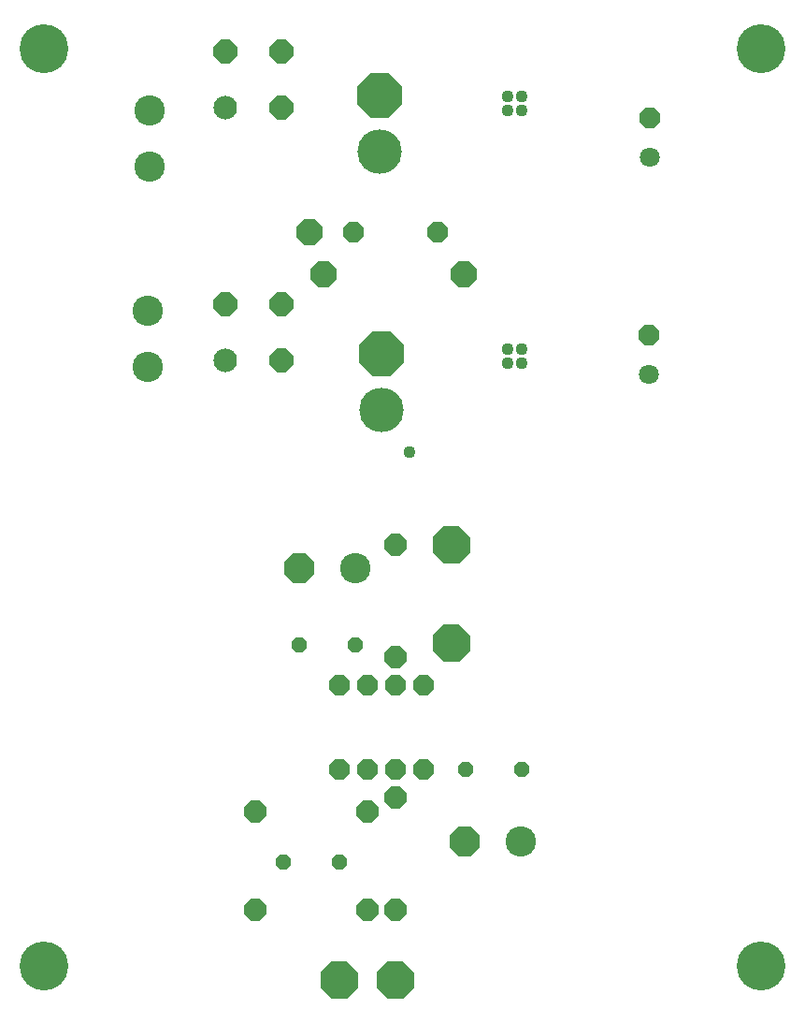
<source format=gbr>
G04 EAGLE Gerber X2 export*
%TF.Part,Single*%
%TF.FileFunction,Soldermask,Bot,1*%
%TF.FilePolarity,Negative*%
%TF.GenerationSoftware,Autodesk,EAGLE,9.0.1*%
%TF.CreationDate,2018-08-29T03:15:35Z*%
G75*
%MOMM*%
%FSLAX34Y34*%
%LPD*%
%AMOC8*
5,1,8,0,0,1.08239X$1,22.5*%
G01*
%ADD10C,4.013200*%
%ADD11P,4.343848X8X112.500000*%
%ADD12P,1.951982X8X112.500000*%
%ADD13C,1.803400*%
%ADD14C,2.743200*%
%ADD15C,2.133600*%
%ADD16P,2.309387X8X112.500000*%
%ADD17P,2.584314X8X22.500000*%
%ADD18P,2.034460X8X202.500000*%
%ADD19P,2.556822X8X292.500000*%
%ADD20P,1.951982X8X22.500000*%
%ADD21P,2.144431X8X292.500000*%
%ADD22P,2.144431X8X202.500000*%
%ADD23P,3.629037X8X22.500000*%
%ADD24P,1.539592X8X22.500000*%
%ADD25P,2.969212X8X202.500000*%
%ADD26P,1.539592X8X202.500000*%
%ADD27C,4.419200*%
%ADD28C,1.108000*%


D10*
X353919Y786600D03*
D11*
X353919Y837400D03*
D10*
X355824Y552920D03*
D11*
X355824Y603720D03*
D12*
X599029Y817080D03*
D13*
X599029Y781520D03*
D12*
X598394Y620865D03*
D13*
X598394Y585305D03*
D14*
X145640Y824276D03*
X145640Y773476D03*
X144624Y642666D03*
X144624Y591866D03*
D15*
X214224Y826605D03*
D16*
X214224Y877405D03*
X265024Y877405D03*
X265024Y826605D03*
D15*
X214224Y598005D03*
D16*
X214224Y648805D03*
X265024Y648805D03*
X265024Y598005D03*
D17*
X303525Y676275D03*
X430525Y676275D03*
D18*
X406395Y714375D03*
X330195Y714375D03*
D19*
X290825Y714375D03*
D20*
X317500Y228600D03*
X342900Y228600D03*
X393700Y304800D03*
X368300Y304800D03*
X368300Y228600D03*
X393700Y228600D03*
X342900Y304800D03*
X317500Y304800D03*
D21*
X368300Y203200D03*
X368300Y101600D03*
D22*
X342900Y190500D03*
X241300Y190500D03*
D21*
X368300Y431800D03*
X368300Y330200D03*
D22*
X342900Y101600D03*
X241300Y101600D03*
D23*
X368300Y38100D03*
X317500Y38100D03*
X419100Y431800D03*
X419100Y342900D03*
D24*
X266700Y144300D03*
X317500Y144300D03*
D14*
X332600Y410300D03*
D25*
X281800Y410300D03*
D14*
X481900Y162600D03*
D25*
X431100Y162600D03*
D24*
X281300Y341000D03*
X332100Y341000D03*
D26*
X482600Y228600D03*
X431800Y228600D03*
D27*
X50000Y50000D03*
X700000Y50000D03*
X50000Y880000D03*
X700000Y880000D03*
D28*
X470695Y607924D03*
X470695Y595224D03*
X483395Y595224D03*
X381224Y515455D03*
X483395Y607924D03*
X483395Y836524D03*
X470695Y836524D03*
X470695Y823824D03*
X483395Y823824D03*
M02*

</source>
